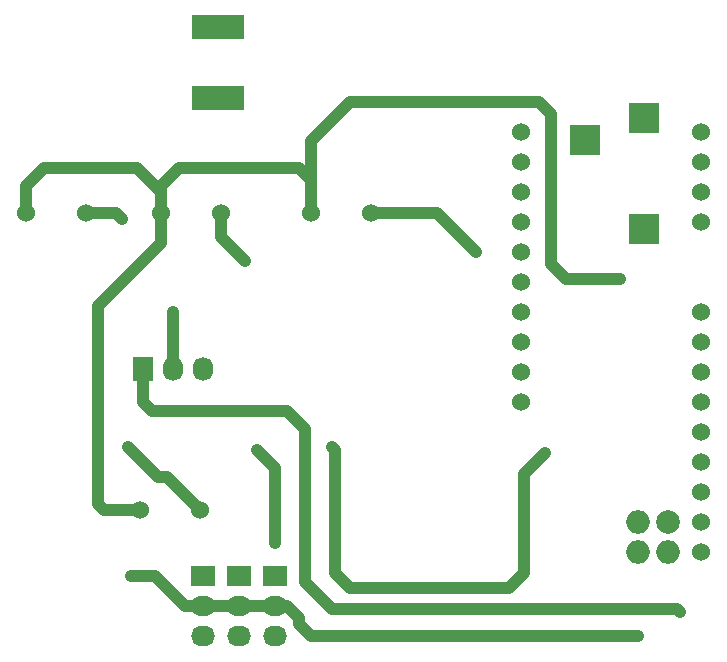
<source format=gbl>
G04 #@! TF.FileFunction,Copper,L2,Bot,Signal*
%FSLAX46Y46*%
G04 Gerber Fmt 4.6, Leading zero omitted, Abs format (unit mm)*
G04 Created by KiCad (PCBNEW 4.0.1-stable) date 2016/02/29 22:10:01*
%MOMM*%
G01*
G04 APERTURE LIST*
%ADD10C,0.100000*%
%ADD11R,2.032000X1.727200*%
%ADD12O,2.032000X1.727200*%
%ADD13C,2.000000*%
%ADD14O,2.000000X2.000000*%
%ADD15C,1.524000*%
%ADD16R,4.500000X2.000000*%
%ADD17R,2.500000X2.500000*%
%ADD18R,1.727200X2.032000*%
%ADD19O,1.727200X2.032000*%
%ADD20C,1.000000*%
%ADD21C,1.000000*%
%ADD22C,0.500000*%
G04 APERTURE END LIST*
D10*
D11*
X113957100Y-133451600D03*
D12*
X113957100Y-135991600D03*
X113957100Y-138531600D03*
D13*
X153327100Y-128879600D03*
D14*
X153327100Y-131419600D03*
X150787100Y-128879600D03*
X150787100Y-131419600D03*
D15*
X140881100Y-103479600D03*
X140881100Y-118719600D03*
X156121100Y-131419600D03*
X156121100Y-128879600D03*
X156121100Y-126339600D03*
X156121100Y-123799600D03*
X156121100Y-121259600D03*
X156121100Y-118719600D03*
X156121100Y-95859600D03*
X156121100Y-98399600D03*
X156121100Y-100939600D03*
X156121100Y-103479600D03*
X156121100Y-111099600D03*
X156121100Y-113639600D03*
X156121100Y-116179600D03*
X140881100Y-116179600D03*
X140881100Y-113639600D03*
X140881100Y-111099600D03*
X140881100Y-108559600D03*
X140881100Y-106019600D03*
X140881100Y-100939600D03*
X140881100Y-98399600D03*
X140881100Y-95859600D03*
D16*
X115227100Y-92985600D03*
X115227100Y-86985600D03*
D15*
X98971100Y-102717600D03*
X104051100Y-102717600D03*
X110401100Y-102717600D03*
X115481100Y-102717600D03*
X123101100Y-102717600D03*
X128181100Y-102717600D03*
X108623100Y-127863600D03*
X113703100Y-127863600D03*
D17*
X146255100Y-96505600D03*
X151255100Y-94705600D03*
X151255100Y-104105600D03*
D11*
X117005100Y-133451600D03*
D12*
X117005100Y-135991600D03*
X117005100Y-138531600D03*
D18*
X108877100Y-115925600D03*
D19*
X111417100Y-115925600D03*
X113957100Y-115925600D03*
D11*
X120053100Y-133451600D03*
D12*
X120053100Y-135991600D03*
X120053100Y-138531600D03*
D20*
X111417100Y-111099600D03*
X154343100Y-136499600D03*
X120053100Y-130657600D03*
X118529100Y-122783600D03*
X124879100Y-122529600D03*
X142913100Y-123037600D03*
X107861100Y-133451600D03*
X150787100Y-138531600D03*
X107099100Y-103225600D03*
X149263100Y-108305600D03*
X117513100Y-106781600D03*
X137071100Y-106019600D03*
X107607100Y-122529600D03*
D21*
X111417100Y-111099600D02*
X111417100Y-115925600D01*
X108877100Y-118719600D02*
X108877100Y-115925600D01*
X109639100Y-119481600D02*
X108877100Y-118719600D01*
X121069100Y-119481600D02*
X109639100Y-119481600D01*
X122593100Y-121005600D02*
X121069100Y-119481600D01*
X122593100Y-133959600D02*
X122593100Y-121005600D01*
X124879100Y-136245600D02*
X122593100Y-133959600D01*
X154089100Y-136245600D02*
X124879100Y-136245600D01*
X154343100Y-136499600D02*
X154089100Y-136245600D01*
X120053100Y-124307600D02*
X120053100Y-130657600D01*
X118529100Y-122783600D02*
X120053100Y-124307600D01*
X125133100Y-122783600D02*
X124879100Y-122529600D01*
X125133100Y-133197600D02*
X125133100Y-122783600D01*
X126403100Y-134467600D02*
X125133100Y-133197600D01*
X139865100Y-134467600D02*
X126403100Y-134467600D01*
X141135100Y-133197600D02*
X139865100Y-134467600D01*
X141135100Y-124815600D02*
X141135100Y-133197600D01*
X142913100Y-123037600D02*
X141135100Y-124815600D01*
X109893100Y-133451600D02*
X107861100Y-133451600D01*
X112433100Y-135991600D02*
X109893100Y-133451600D01*
X121069100Y-135991600D02*
X112433100Y-135991600D01*
X122085100Y-137007600D02*
X121069100Y-135991600D01*
X122085100Y-137515600D02*
X122085100Y-137007600D01*
X123101100Y-138531600D02*
X122085100Y-137515600D01*
X150787100Y-138531600D02*
X123101100Y-138531600D01*
X107099100Y-103225600D02*
X106591100Y-102717600D01*
X106591100Y-102717600D02*
X104051100Y-102717600D01*
X123101100Y-102717600D02*
X123101100Y-96621600D01*
X144691100Y-108305600D02*
X149263100Y-108305600D01*
X143421100Y-107035600D02*
X144691100Y-108305600D01*
X143421100Y-94335600D02*
X143421100Y-107035600D01*
X142405100Y-93319600D02*
X143421100Y-94335600D01*
X126403100Y-93319600D02*
X142405100Y-93319600D01*
X123101100Y-96621600D02*
X126403100Y-93319600D01*
X110401100Y-102717600D02*
X110401100Y-100431600D01*
X123101100Y-99923600D02*
X123101100Y-102717600D01*
X122085100Y-98907600D02*
X123101100Y-99923600D01*
X111925100Y-98907600D02*
X122085100Y-98907600D01*
X110401100Y-100431600D02*
X111925100Y-98907600D01*
X98971100Y-102717600D02*
X98971100Y-100431600D01*
X110401100Y-100939600D02*
X110401100Y-102717600D01*
X108369100Y-98907600D02*
X110401100Y-100939600D01*
X100495100Y-98907600D02*
X108369100Y-98907600D01*
X98971100Y-100431600D02*
X100495100Y-98907600D01*
X108623100Y-127863600D02*
X105575100Y-127863600D01*
X105575100Y-127863600D02*
X105067100Y-127355600D01*
X105067100Y-127355600D02*
X105067100Y-110591600D01*
X105067100Y-110591600D02*
X110401100Y-105257600D01*
X110401100Y-105257600D02*
X110401100Y-102717600D01*
D22*
X110401100Y-102717600D02*
X110807500Y-102717600D01*
X110401100Y-102717600D02*
X110401100Y-102362000D01*
X110401100Y-102717600D02*
X110299500Y-102717600D01*
D21*
X115481100Y-104749600D02*
X115481100Y-102717600D01*
X117513100Y-106781600D02*
X115481100Y-104749600D01*
X128181100Y-102717600D02*
X133769100Y-102717600D01*
X133769100Y-102717600D02*
X137071100Y-106019600D01*
X110909100Y-125069600D02*
X113703100Y-127863600D01*
X110147100Y-125069600D02*
X110909100Y-125069600D01*
X107607100Y-122529600D02*
X110147100Y-125069600D01*
M02*

</source>
